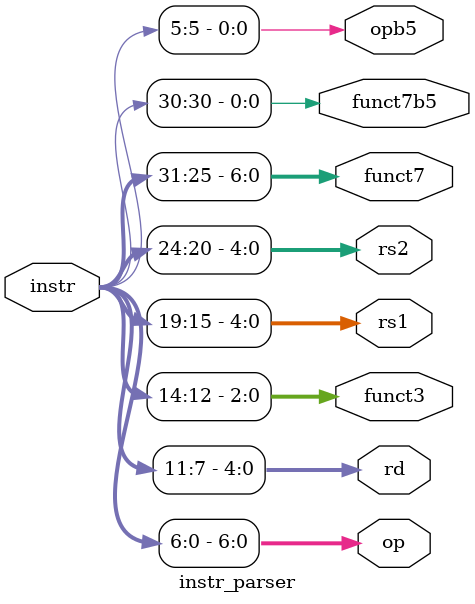
<source format=v>
`timescale 1ns / 1ps



module instr_parser (
    input  [31:0] instr, // The 32-bit instruction from memory

    output [6:0]  op,          // Opcode
    output [4:0]  rd,          // Destination register
    output [2:0]  funct3,      // 3-bit function field
    output [4:0]  rs1,         // Source register 1
    output [4:0]  rs2,         // Source register 2
    output [6:0]  funct7,      // 7-bit function field

    // Specific bits for convenience
    output        funct7b5,    // Bit 5 of funct7 (bit 30 of instruction)
    output        opb5      // Bit 5 of the opcode (bit 5 of instruction)

   
);


    assign op       = instr[6:0];
    assign rd       = instr[11:7];
    assign funct3   = instr[14:12];
    assign rs1      = instr[19:15];
    assign rs2      = instr[24:20];
    assign funct7   = instr[31:25];
    assign funct7b5 = instr[30];
    assign opb5     = instr[5];

//    // This combinational block determines the immediate value based on the opcode.
//    always @(*) begin
//        // Default to a known value (can help in debugging)
//        imm_out = 32'hxxxxxxxx;

//        case (op)
//            // I-Type (Loads, JALR, I-type ALU)
//            7'b0000011, 7'b1100111, 7'b0010011:
//                // Sign-extend from bit 11 of the immediate (bit 31 of instruction)
//                imm_out = {{20{instruction[31]}}, instruction[31:20]};

//            // S-Type (Stores)
//            7'b0100011:
//                // Sign-extend from bit 11 of the immediate (bit 31 of instruction)
//                imm_out = {{20{instruction[31]}}, instruction[31:25], instruction[11:7]};

//            // B-Type (Branches)
//            7'b1100011:
//                // Sign-extend from bit 12 of the immediate (bit 31 of instruction)
//                // Note the non-contiguous bits are assembled into the correct order.
//                imm_out = {{20{instruction[31]}}, instruction[7], instruction[30:25], instruction[11:8], 1'b0};

//            // U-Type (LUI, AUIPC)
//            7'b0110111, 7'b0010111:
//                // The lower 12 bits are zero, no sign extension needed.
//                imm_out = {instruction[31:12], 12'b0};

//            // J-Type (JAL)
//            7'b1101111:
//                // Sign-extend from bit 20 of the immediate (bit 31 of instruction)
//                imm_out = {{12{instruction[31]}}, instruction[19:12], instruction[20], instruction[30:21], 1'b0};

//            // R-Type has no immediate, so we don't need a case for it.
//            // Other opcodes can default to 'x'.
//            default: imm_out = 32'hxxxxxxxx;
//        endcase
//    end

endmodule

</source>
